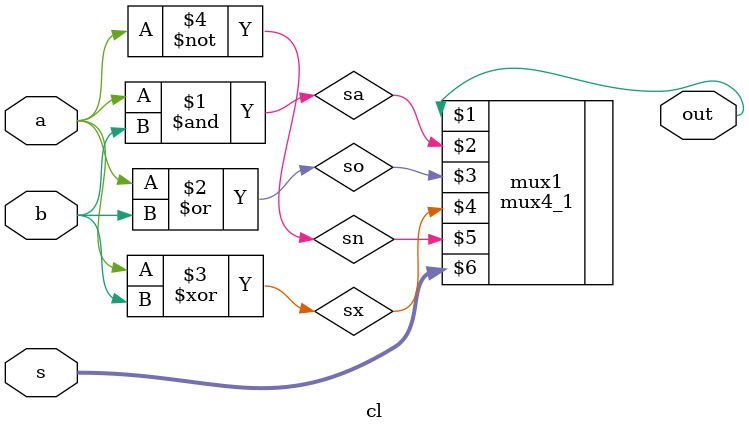
<source format=v>

module cl(output wire out, input wire a, b, input wire [1:0] s);

wire sa; //salida de la and
wire so;
wire sx;
wire sn;

and and1(sa,a,b); //primeri salida y despues entradas
or or1(so,a,b);
xor xor1(sx,a,b);
not not1(sn,a);

mux4_1 mux1(out,sa,so,sx,sn,s);

endmodule
//iverilog cl.v mux4_1.v (para compilar)

</source>
